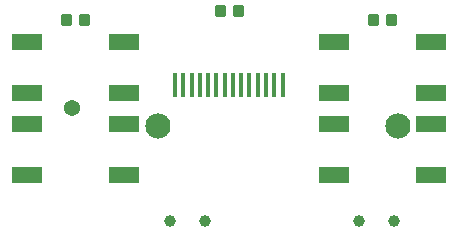
<source format=gbs>
G75*
%MOIN*%
%OFA0B0*%
%FSLAX24Y24*%
%IPPOS*%
%LPD*%
%AMOC8*
5,1,8,0,0,1.08239X$1,22.5*
%
%ADD10R,0.0178X0.0827*%
%ADD11C,0.0085*%
%ADD12R,0.1040X0.0540*%
%ADD13C,0.0394*%
%ADD14C,0.0840*%
%ADD15C,0.0540*%
D10*
X005864Y005888D03*
X006140Y005888D03*
X006415Y005888D03*
X006691Y005888D03*
X006966Y005888D03*
X007242Y005888D03*
X007518Y005888D03*
X007793Y005888D03*
X008069Y005888D03*
X008344Y005888D03*
X008620Y005888D03*
X008895Y005888D03*
X009171Y005888D03*
X009447Y005888D03*
D11*
X012345Y008202D02*
X012601Y008202D01*
X012601Y007896D01*
X012345Y007896D01*
X012345Y008202D01*
X012345Y007980D02*
X012601Y007980D01*
X012601Y008064D02*
X012345Y008064D01*
X012345Y008148D02*
X012601Y008148D01*
X012945Y008202D02*
X013201Y008202D01*
X013201Y007896D01*
X012945Y007896D01*
X012945Y008202D01*
X012945Y007980D02*
X013201Y007980D01*
X013201Y008064D02*
X012945Y008064D01*
X012945Y008148D02*
X013201Y008148D01*
X008083Y008497D02*
X007827Y008497D01*
X008083Y008497D02*
X008083Y008191D01*
X007827Y008191D01*
X007827Y008497D01*
X007827Y008275D02*
X008083Y008275D01*
X008083Y008359D02*
X007827Y008359D01*
X007827Y008443D02*
X008083Y008443D01*
X007483Y008497D02*
X007227Y008497D01*
X007483Y008497D02*
X007483Y008191D01*
X007227Y008191D01*
X007227Y008497D01*
X007227Y008275D02*
X007483Y008275D01*
X007483Y008359D02*
X007227Y008359D01*
X007227Y008443D02*
X007483Y008443D01*
X002965Y008202D02*
X002709Y008202D01*
X002965Y008202D02*
X002965Y007896D01*
X002709Y007896D01*
X002709Y008202D01*
X002709Y007980D02*
X002965Y007980D01*
X002965Y008064D02*
X002709Y008064D01*
X002709Y008148D02*
X002965Y008148D01*
X002365Y008202D02*
X002109Y008202D01*
X002365Y008202D02*
X002365Y007896D01*
X002109Y007896D01*
X002109Y008202D01*
X002109Y007980D02*
X002365Y007980D01*
X002365Y008064D02*
X002109Y008064D01*
X002109Y008148D02*
X002365Y008148D01*
D12*
X000912Y002868D03*
X000912Y004568D03*
X000912Y005624D03*
X000912Y007324D03*
X004163Y007324D03*
X004163Y005624D03*
X004163Y004568D03*
X004163Y002868D03*
X011148Y002868D03*
X011148Y004568D03*
X011148Y005624D03*
X011148Y007324D03*
X014399Y007324D03*
X014399Y005624D03*
X014399Y004568D03*
X014399Y002868D03*
D13*
X013167Y001356D03*
X011986Y001356D03*
X006868Y001356D03*
X005687Y001356D03*
D14*
X005293Y004506D03*
X013293Y004506D03*
D15*
X002445Y005099D03*
M02*

</source>
